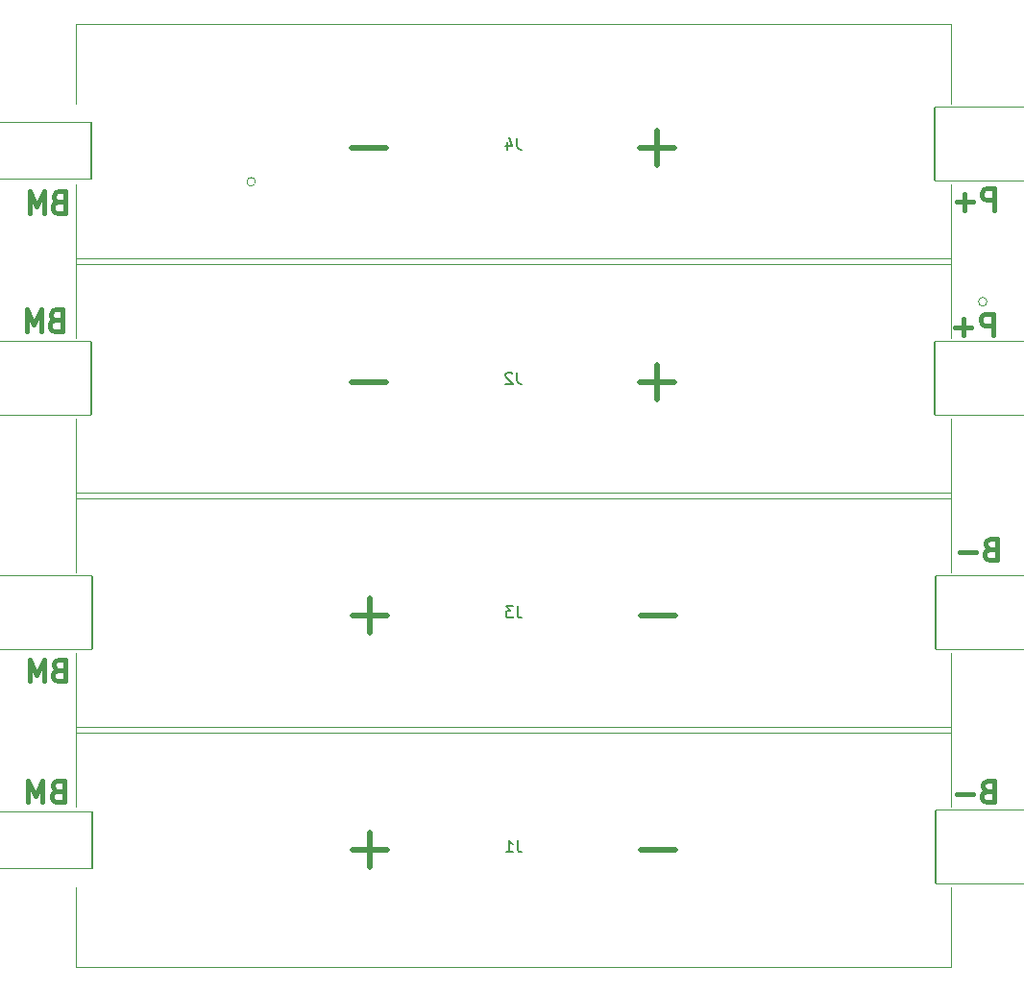
<source format=gbo>
%TF.GenerationSoftware,KiCad,Pcbnew,(6.0.5)*%
%TF.CreationDate,2022-07-09T20:35:50-07:00*%
%TF.ProjectId,batteryboard,62617474-6572-4796-926f-6172642e6b69,1.C*%
%TF.SameCoordinates,Original*%
%TF.FileFunction,Legend,Bot*%
%TF.FilePolarity,Positive*%
%FSLAX46Y46*%
G04 Gerber Fmt 4.6, Leading zero omitted, Abs format (unit mm)*
G04 Created by KiCad (PCBNEW (6.0.5)) date 2022-07-09 20:35:50*
%MOMM*%
%LPD*%
G01*
G04 APERTURE LIST*
G04 Aperture macros list*
%AMRoundRect*
0 Rectangle with rounded corners*
0 $1 Rounding radius*
0 $2 $3 $4 $5 $6 $7 $8 $9 X,Y pos of 4 corners*
0 Add a 4 corners polygon primitive as box body*
4,1,4,$2,$3,$4,$5,$6,$7,$8,$9,$2,$3,0*
0 Add four circle primitives for the rounded corners*
1,1,$1+$1,$2,$3*
1,1,$1+$1,$4,$5*
1,1,$1+$1,$6,$7*
1,1,$1+$1,$8,$9*
0 Add four rect primitives between the rounded corners*
20,1,$1+$1,$2,$3,$4,$5,0*
20,1,$1+$1,$4,$5,$6,$7,0*
20,1,$1+$1,$6,$7,$8,$9,0*
20,1,$1+$1,$8,$9,$2,$3,0*%
G04 Aperture macros list end*
%ADD10C,0.381000*%
%ADD11C,0.150000*%
%ADD12C,0.500000*%
%ADD13C,0.120000*%
%ADD14C,3.810000*%
%ADD15C,2.743200*%
%ADD16C,2.101600*%
%ADD17C,4.601600*%
%ADD18C,1.701800*%
%ADD19C,1.501600*%
%ADD20O,1.501600X1.501600*%
%ADD21RoundRect,0.050800X-4.733800X-3.238500X4.733800X-3.238500X4.733800X3.238500X-4.733800X3.238500X0*%
%ADD22RoundRect,0.050800X4.733800X3.238500X-4.733800X3.238500X-4.733800X-3.238500X4.733800X-3.238500X0*%
%ADD23RoundRect,0.050800X4.733800X2.500000X-4.733800X2.500000X-4.733800X-2.500000X4.733800X-2.500000X0*%
%ADD24RoundRect,0.050800X-4.733800X-2.500000X4.733800X-2.500000X4.733800X2.500000X-4.733800X2.500000X0*%
G04 APERTURE END LIST*
D10*
X61010800Y-114252828D02*
X60738657Y-114343542D01*
X60647942Y-114434257D01*
X60557228Y-114615685D01*
X60557228Y-114887828D01*
X60647942Y-115069257D01*
X60738657Y-115159971D01*
X60920085Y-115250685D01*
X61645800Y-115250685D01*
X61645800Y-113345685D01*
X61010800Y-113345685D01*
X60829371Y-113436400D01*
X60738657Y-113527114D01*
X60647942Y-113708542D01*
X60647942Y-113889971D01*
X60738657Y-114071400D01*
X60829371Y-114162114D01*
X61010800Y-114252828D01*
X61645800Y-114252828D01*
X59740800Y-115250685D02*
X59740800Y-113345685D01*
X59105800Y-114706400D01*
X58470800Y-113345685D01*
X58470800Y-115250685D01*
X60756800Y-83391828D02*
X60484657Y-83482542D01*
X60393942Y-83573257D01*
X60303228Y-83754685D01*
X60303228Y-84026828D01*
X60393942Y-84208257D01*
X60484657Y-84298971D01*
X60666085Y-84389685D01*
X61391800Y-84389685D01*
X61391800Y-82484685D01*
X60756800Y-82484685D01*
X60575371Y-82575400D01*
X60484657Y-82666114D01*
X60393942Y-82847542D01*
X60393942Y-83028971D01*
X60484657Y-83210400D01*
X60575371Y-83301114D01*
X60756800Y-83391828D01*
X61391800Y-83391828D01*
X59486800Y-84389685D02*
X59486800Y-82484685D01*
X58851800Y-83845400D01*
X58216800Y-82484685D01*
X58216800Y-84389685D01*
X61010800Y-72977828D02*
X60738657Y-73068542D01*
X60647942Y-73159257D01*
X60557228Y-73340685D01*
X60557228Y-73612828D01*
X60647942Y-73794257D01*
X60738657Y-73884971D01*
X60920085Y-73975685D01*
X61645800Y-73975685D01*
X61645800Y-72070685D01*
X61010800Y-72070685D01*
X60829371Y-72161400D01*
X60738657Y-72252114D01*
X60647942Y-72433542D01*
X60647942Y-72614971D01*
X60738657Y-72796400D01*
X60829371Y-72887114D01*
X61010800Y-72977828D01*
X61645800Y-72977828D01*
X59740800Y-73975685D02*
X59740800Y-72070685D01*
X59105800Y-73431400D01*
X58470800Y-72070685D01*
X58470800Y-73975685D01*
X60883800Y-124920828D02*
X60611657Y-125011542D01*
X60520942Y-125102257D01*
X60430228Y-125283685D01*
X60430228Y-125555828D01*
X60520942Y-125737257D01*
X60611657Y-125827971D01*
X60793085Y-125918685D01*
X61518800Y-125918685D01*
X61518800Y-124013685D01*
X60883800Y-124013685D01*
X60702371Y-124104400D01*
X60611657Y-124195114D01*
X60520942Y-124376542D01*
X60520942Y-124557971D01*
X60611657Y-124739400D01*
X60702371Y-124830114D01*
X60883800Y-124920828D01*
X61518800Y-124920828D01*
X59613800Y-125918685D02*
X59613800Y-124013685D01*
X58978800Y-125374400D01*
X58343800Y-124013685D01*
X58343800Y-125918685D01*
X142889514Y-124920828D02*
X142617371Y-125011542D01*
X142526657Y-125102257D01*
X142435942Y-125283685D01*
X142435942Y-125555828D01*
X142526657Y-125737257D01*
X142617371Y-125827971D01*
X142798800Y-125918685D01*
X143524514Y-125918685D01*
X143524514Y-124013685D01*
X142889514Y-124013685D01*
X142708085Y-124104400D01*
X142617371Y-124195114D01*
X142526657Y-124376542D01*
X142526657Y-124557971D01*
X142617371Y-124739400D01*
X142708085Y-124830114D01*
X142889514Y-124920828D01*
X143524514Y-124920828D01*
X141619514Y-125192971D02*
X140168085Y-125192971D01*
X143143514Y-103584828D02*
X142871371Y-103675542D01*
X142780657Y-103766257D01*
X142689942Y-103947685D01*
X142689942Y-104219828D01*
X142780657Y-104401257D01*
X142871371Y-104491971D01*
X143052800Y-104582685D01*
X143778514Y-104582685D01*
X143778514Y-102677685D01*
X143143514Y-102677685D01*
X142962085Y-102768400D01*
X142871371Y-102859114D01*
X142780657Y-103040542D01*
X142780657Y-103221971D01*
X142871371Y-103403400D01*
X142962085Y-103494114D01*
X143143514Y-103584828D01*
X143778514Y-103584828D01*
X141873514Y-103856971D02*
X140422085Y-103856971D01*
X143397514Y-84770685D02*
X143397514Y-82865685D01*
X142671800Y-82865685D01*
X142490371Y-82956400D01*
X142399657Y-83047114D01*
X142308942Y-83228542D01*
X142308942Y-83500685D01*
X142399657Y-83682114D01*
X142490371Y-83772828D01*
X142671800Y-83863542D01*
X143397514Y-83863542D01*
X141492514Y-84044971D02*
X140041085Y-84044971D01*
X140766800Y-84770685D02*
X140766800Y-83319257D01*
X143524514Y-73721685D02*
X143524514Y-71816685D01*
X142798800Y-71816685D01*
X142617371Y-71907400D01*
X142526657Y-71998114D01*
X142435942Y-72179542D01*
X142435942Y-72451685D01*
X142526657Y-72633114D01*
X142617371Y-72723828D01*
X142798800Y-72814542D01*
X143524514Y-72814542D01*
X141619514Y-72995971D02*
X140168085Y-72995971D01*
X140893800Y-73721685D02*
X140893800Y-72270257D01*
D11*
X101450733Y-88022180D02*
X101450733Y-88736466D01*
X101498352Y-88879323D01*
X101593590Y-88974561D01*
X101736447Y-89022180D01*
X101831685Y-89022180D01*
X101022161Y-88117419D02*
X100974542Y-88069800D01*
X100879304Y-88022180D01*
X100641209Y-88022180D01*
X100545971Y-88069800D01*
X100498352Y-88117419D01*
X100450733Y-88212657D01*
X100450733Y-88307895D01*
X100498352Y-88450752D01*
X101069780Y-89022180D01*
X100450733Y-89022180D01*
D12*
X89941209Y-88855514D02*
X86893590Y-88855514D01*
X115341209Y-88855514D02*
X112293590Y-88855514D01*
X113817400Y-90379323D02*
X113817400Y-87331704D01*
D11*
X101476133Y-129297180D02*
X101476133Y-130011466D01*
X101523752Y-130154323D01*
X101618990Y-130249561D01*
X101761847Y-130297180D01*
X101857085Y-130297180D01*
X100476133Y-130297180D02*
X101047561Y-130297180D01*
X100761847Y-130297180D02*
X100761847Y-129297180D01*
X100857085Y-129440038D01*
X100952323Y-129535276D01*
X101047561Y-129582895D01*
D12*
X89966609Y-130130514D02*
X86918990Y-130130514D01*
X88442800Y-131654323D02*
X88442800Y-128606704D01*
X115366609Y-130130514D02*
X112318990Y-130130514D01*
D11*
X101476133Y-108646980D02*
X101476133Y-109361266D01*
X101523752Y-109504123D01*
X101618990Y-109599361D01*
X101761847Y-109646980D01*
X101857085Y-109646980D01*
X101095180Y-108646980D02*
X100476133Y-108646980D01*
X100809466Y-109027933D01*
X100666609Y-109027933D01*
X100571371Y-109075552D01*
X100523752Y-109123171D01*
X100476133Y-109218409D01*
X100476133Y-109456504D01*
X100523752Y-109551742D01*
X100571371Y-109599361D01*
X100666609Y-109646980D01*
X100952323Y-109646980D01*
X101047561Y-109599361D01*
X101095180Y-109551742D01*
D12*
X89966609Y-109480314D02*
X86918990Y-109480314D01*
X88442800Y-111004123D02*
X88442800Y-107956504D01*
X115366609Y-109480314D02*
X112318990Y-109480314D01*
D11*
X101450733Y-67371980D02*
X101450733Y-68086266D01*
X101498352Y-68229123D01*
X101593590Y-68324361D01*
X101736447Y-68371980D01*
X101831685Y-68371980D01*
X100545971Y-67705314D02*
X100545971Y-68371980D01*
X100784066Y-67324361D02*
X101022161Y-68038647D01*
X100403114Y-68038647D01*
D12*
X115341209Y-68205314D02*
X112293590Y-68205314D01*
X113817400Y-69729123D02*
X113817400Y-66681504D01*
X89941209Y-68205314D02*
X86893590Y-68205314D01*
D13*
X142875000Y-81788000D02*
G75*
G03*
X142875000Y-81788000I-381000J0D01*
G01*
X78394301Y-71208900D02*
G75*
G03*
X78394301Y-71208900I-381000J0D01*
G01*
X139665700Y-77990700D02*
X139665700Y-85023750D01*
X62569100Y-99148900D02*
X62569100Y-92115850D01*
X62569100Y-77990700D02*
X139665700Y-77990700D01*
X139665700Y-99148900D02*
X62569100Y-99148900D01*
X62569100Y-77990700D02*
X62569100Y-85023750D01*
X139665700Y-92115850D02*
X139665700Y-99148900D01*
X139691100Y-140423900D02*
X139691100Y-133390850D01*
X62594500Y-140423900D02*
X62594500Y-133390850D01*
X139691100Y-140423900D02*
X62594500Y-140423900D01*
X139691100Y-119265700D02*
X139691100Y-126298750D01*
X62594500Y-119265700D02*
X139691100Y-119265700D01*
X62594500Y-126298750D02*
X62594500Y-119265700D01*
X62594500Y-105648550D02*
X62594500Y-98615500D01*
X62594500Y-119773700D02*
X62594500Y-112740650D01*
X139691100Y-119773700D02*
X139691100Y-112740650D01*
X139691100Y-98615500D02*
X139691100Y-105648550D01*
X62594500Y-98615500D02*
X139691100Y-98615500D01*
X139691100Y-119773700D02*
X62594500Y-119773700D01*
X139665700Y-78498700D02*
X62569100Y-78498700D01*
X62569100Y-57340500D02*
X139665700Y-57340500D01*
X62569100Y-57340500D02*
X62569100Y-64373550D01*
X62569100Y-78498700D02*
X62569100Y-71465650D01*
X139665700Y-57340500D02*
X139665700Y-64373550D01*
X139665700Y-71465650D02*
X139665700Y-78498700D01*
%LPC*%
D14*
X73393300Y-137845800D03*
X128638300Y-121843800D03*
D15*
X65163700Y-121843800D03*
D14*
X73621900Y-117195600D03*
D15*
X137096500Y-117195600D03*
D14*
X128866900Y-101193600D03*
D16*
X141592300Y-122389900D03*
X60185300Y-76288900D03*
D17*
X144010300Y-138899900D03*
X58280300Y-61429900D03*
X58280300Y-135089900D03*
X144010300Y-58889900D03*
D18*
X143764000Y-79248001D03*
X143764000Y-75747998D03*
D19*
X60439300Y-101307900D03*
D20*
X60439300Y-96227900D03*
D15*
X137071100Y-80568800D03*
D14*
X73596500Y-80568800D03*
X128841500Y-96570800D03*
D21*
X59207400Y-88569800D03*
X143027400Y-88569800D03*
D15*
X65189100Y-137845800D03*
D14*
X128663700Y-137845800D03*
X73418700Y-121843800D03*
D22*
X143052800Y-129844800D03*
D23*
X59232800Y-129244800D03*
D14*
X73418700Y-101193600D03*
D15*
X65189100Y-117195600D03*
D14*
X128663700Y-117195600D03*
D22*
X143052800Y-109194600D03*
X59232800Y-109194600D03*
D14*
X73596500Y-59918600D03*
X128841500Y-75920600D03*
D15*
X137071100Y-59918600D03*
D24*
X59207400Y-68519600D03*
D21*
X143027400Y-67919600D03*
M02*

</source>
